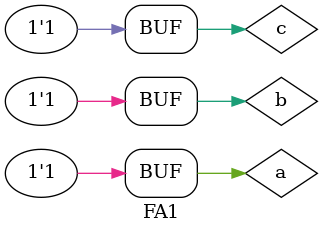
<source format=v>
`timescale 1ns / 1ps


module FA1(

    );
    
    reg a,b,c;
    wire s,ca;
    
    FullAdder1 fa1(a,b,c,s,ca);
    
    initial begin
    
    a=0;    b=0;    c=0;
    #100
    a=0;    b=0;    c=1;
    #100
    a=0;    b=1;    c=0;
    #100
    a=0;    b=1;    c=1;
    #100
    a=1;    b=0;    c=0;
    #100
    a=1;    b=0;    c=1;
    #100
    a=1;    b=1;    c=0;
    #100
    a=1;    b=1;    c=1;
    
    end
    
endmodule

</source>
